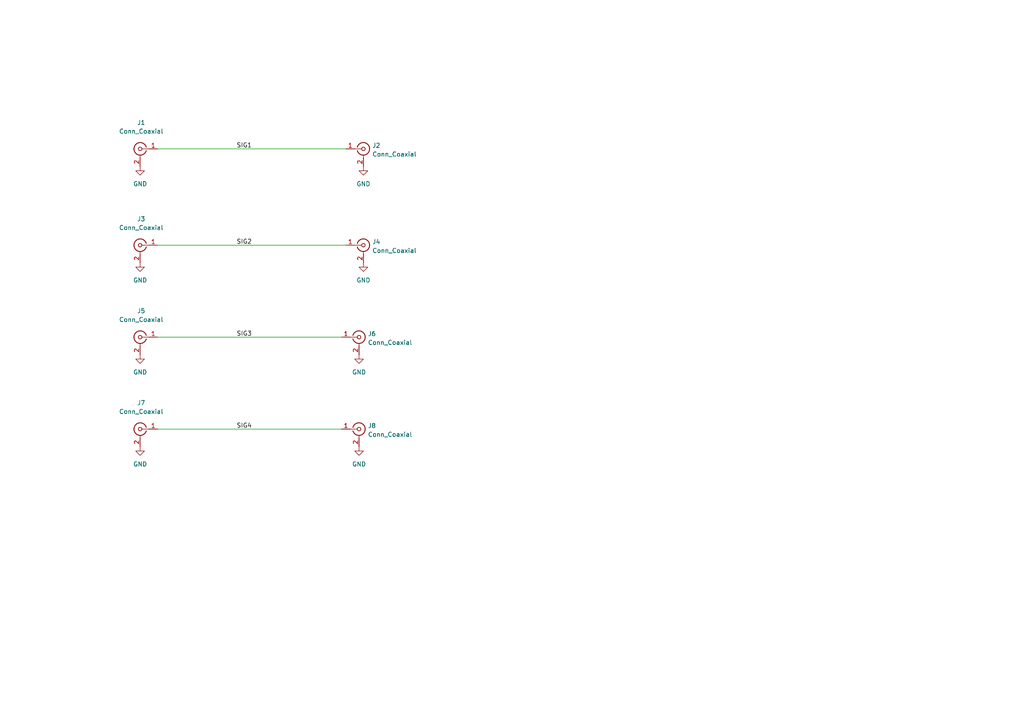
<source format=kicad_sch>
(kicad_sch (version 20211123) (generator eeschema)
  (paper "A4")
  (lib_symbols
    (symbol "Connector:Conn_Coaxial" (pin_names (offset 1.016) hide)
      (property "Reference" "J" (at 0.254 3.048 0))
      (property "Value" "Conn_Coaxial" (at 2.921 0 90))
      (symbol "Conn_Coaxial_0_1"
        (arc (start -1.778 -0.508) (mid 0.2311 -1.8066) (end 1.778 0) (stroke (width 0.254)))
        (polyline (pts (xy -2.54 0) (xy -0.508 0)))
        (polyline (pts (xy 0 -2.54) (xy 0 -1.778)))
        (circle (center 0 0) (radius 0.508) (stroke (width 0.2032)))
        (arc (start 1.778 0) (mid 0.2099 1.8101) (end -1.778 0.508) (stroke (width 0.254)))
      )
      (symbol "Conn_Coaxial_1_1"
        (pin passive line (at -5.08 0 0) (length 2.54) (name "In") (number "1"))
        (pin passive line (at 0 -5.08 90) (length 2.54) (name "Ext") (number "2"))
      )
    )
    (symbol "power:GND" (power) (pin_names (offset 0))
      (property "Value" "GND" (at 0 -3.81 0))
      (symbol "GND_0_1"
        (polyline (pts (xy 0 0) (xy 0 -1.27) (xy 1.27 -1.27) (xy 0 -2.54) (xy -1.27 -1.27) (xy 0 -1.27)))
      )
      (symbol "GND_1_1"
        (pin power_in line (at 0 0 270) (length 0) hide (name "GND") (number "1"))
      )
    )
  )
  (wire (pts (xy 45.72 124.46) (xy 99.06 124.46)))
  (wire (pts (xy 45.72 71.12) (xy 100.33 71.12)))
  (wire (pts (xy 45.72 97.79) (xy 99.06 97.79)))
  (wire (pts (xy 45.72 43.18) (xy 100.33 43.18)))
  (label "SIG4" (at 68.58 124.46 0))
  (label "SIG3" (at 68.58 97.79 0))
  (label "SIG1" (at 68.58 43.18 0))
  (label "SIG2" (at 68.58 71.12 0))
  (symbol (lib_id "power:GND") (at 105.41 76.2 0) (unit 1)
    (property "Reference" "#PWR?" (effects hide))
    (property "Value" "GND" (at 105.41 81.28 0))
  )
  (symbol (lib_id "power:GND") (at 104.14 129.54 0) (unit 1)
    (property "Reference" "#PWR?" (effects hide))
    (property "Value" "GND" (at 104.14 134.62 0))
  )
  (symbol (lib_id "Connector:Conn_Coaxial") (at 40.64 97.79 0) (mirror y) (unit 1)
    (property "Reference" "J5" (at 40.9574 90.17 0))
    (property "Value" "Conn_Coaxial" (at 40.9574 92.71 0))
    (property "Footprint" "azonenberg:CONN_SMA_EDGE_ROSENBERGER_32K243_40ML5" (effects hide))
    (property "Datasheet" " ~" (effects hide))
  )
  (symbol (lib_id "power:GND") (at 104.14 102.87 0) (unit 1)
    (property "Reference" "#PWR?" (effects hide))
    (property "Value" "GND" (at 104.14 107.95 0))
  )
  (symbol (lib_id "power:GND") (at 40.64 129.54 0) (unit 1)
    (property "Reference" "#PWR?" (effects hide))
    (property "Value" "GND" (at 40.64 134.62 0))
  )
  (symbol (lib_id "Connector:Conn_Coaxial") (at 40.64 71.12 0) (mirror y) (unit 1)
    (property "Reference" "J3" (at 40.9574 63.5 0))
    (property "Value" "Conn_Coaxial" (at 40.9574 66.04 0))
    (property "Footprint" "azonenberg:CONN_SMA_EDGE_ROSENBERGER_32K243_40ML5" (effects hide))
    (property "Datasheet" " ~" (effects hide))
  )
  (symbol (lib_id "power:GND") (at 40.64 102.87 0) (unit 1)
    (property "Reference" "#PWR?" (effects hide))
    (property "Value" "GND" (at 40.64 107.95 0))
  )
  (symbol (lib_id "Connector:Conn_Coaxial") (at 105.41 43.18 0) (unit 1)
    (property "Reference" "J2" (at 107.95 42.2031 0) (effects (justify left)))
    (property "Value" "Conn_Coaxial" (at 107.95 44.7431 0) (effects (justify left)))
    (property "Footprint" "azonenberg:CONN_SMA_EDGE_ROSENBERGER_32K243_40ML5" (effects hide))
    (property "Datasheet" " ~" (effects hide))
  )
  (symbol (lib_id "power:GND") (at 40.64 76.2 0) (unit 1)
    (property "Reference" "#PWR?" (effects hide))
    (property "Value" "GND" (at 40.64 81.28 0))
  )
  (symbol (lib_id "power:GND") (at 105.41 48.26 0) (unit 1)
    (property "Reference" "#PWR?" (effects hide))
    (property "Value" "GND" (at 105.41 53.34 0))
  )
  (symbol (lib_id "Connector:Conn_Coaxial") (at 105.41 71.12 0) (unit 1)
    (property "Reference" "J4" (at 107.95 70.1431 0) (effects (justify left)))
    (property "Value" "Conn_Coaxial" (at 107.95 72.6831 0) (effects (justify left)))
    (property "Footprint" "azonenberg:CONN_SMA_EDGE_ROSENBERGER_32K243_40ML5" (effects hide))
    (property "Datasheet" " ~" (effects hide))
  )
  (symbol (lib_id "power:GND") (at 40.64 48.26 0) (unit 1)
    (property "Reference" "#PWR?" (effects hide))
    (property "Value" "GND" (at 40.64 53.34 0))
  )
  (symbol (lib_id "Connector:Conn_Coaxial") (at 104.14 97.79 0) (unit 1)
    (property "Reference" "J6" (at 106.68 96.8131 0) (effects (justify left)))
    (property "Value" "Conn_Coaxial" (at 106.68 99.3531 0) (effects (justify left)))
    (property "Footprint" "azonenberg:CONN_SMA_EDGE_ROSENBERGER_32K243_40ML5" (effects hide))
    (property "Datasheet" " ~" (effects hide))
  )
  (symbol (lib_id "Connector:Conn_Coaxial") (at 104.14 124.46 0) (unit 1)
    (property "Reference" "J8" (at 106.68 123.4831 0) (effects (justify left)))
    (property "Value" "Conn_Coaxial" (at 106.68 126.0231 0) (effects (justify left)))
    (property "Footprint" "azonenberg:CONN_SMA_EDGE_ROSENBERGER_32K243_40ML5" (effects hide))
    (property "Datasheet" " ~" (effects hide))
  )
  (symbol (lib_id "Connector:Conn_Coaxial") (at 40.64 43.18 0) (mirror y) (unit 1)
    (property "Reference" "J1" (at 40.9574 35.56 0))
    (property "Value" "Conn_Coaxial" (at 40.9574 38.1 0))
    (property "Footprint" "azonenberg:CONN_SMA_EDGE_ROSENBERGER_32K243_40ML5" (effects hide))
    (property "Datasheet" " ~" (effects hide))
  )
  (symbol (lib_id "Connector:Conn_Coaxial") (at 40.64 124.46 0) (mirror y) (unit 1)
    (property "Reference" "J7" (at 40.9574 116.84 0))
    (property "Value" "Conn_Coaxial" (at 40.9574 119.38 0))
    (property "Footprint" "azonenberg:CONN_SMA_EDGE_ROSENBERGER_32K243_40ML5" (effects hide))
    (property "Datasheet" " ~" (effects hide))
  )
)
</source>
